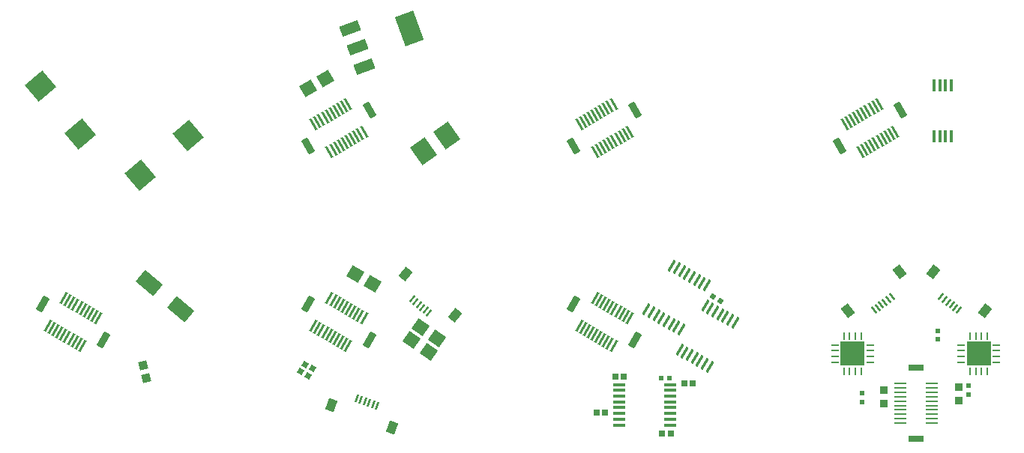
<source format=gbr>
G04 CAM Products 2000  RS274-X Output*
G04 Serial Number: 0000-00-00000*
G04 File Name:stencil.GBR *
%FSDAX44Y44*%
%MOIN*%
%SFA1B1*%

%IPPOS*%
%AMROTRECTNOHOLED51*
4,1,4,-0.018800,-0.021900,
-0.009600,-0.027200,
0.018800,0.021900,
0.009600,0.027200,
-0.018800,-0.021900,0.0*
%
%AMROTRECTNOHOLED52*
4,1,4,0.018800,0.021900,
0.009600,0.027200,
-0.018800,-0.021900,
-0.009600,-0.027200,
0.018800,0.021900,0.0*
%
%AMROTRECTNOHOLED53*
4,1,4,0.008500,-0.072900,
0.073300,0.004300,
-0.008500,0.072900,
-0.073300,-0.004300,
0.008500,-0.072900,0.0*
%
%AMROTRECTNOHOLED54*
4,1,4,0.072900,0.008500,
-0.004300,0.073300,
-0.072900,-0.008500,
0.004300,-0.073300,
0.072900,0.008500,0.0*
%
%AMROTRECTNOHOLED55*
4,1,4,-0.060700,0.007300,
0.017700,-0.058500,
0.060700,-0.007300,
-0.017700,0.058500,
-0.060700,0.007300,0.0*
%
%AMROTRECTNOHOLED56*
4,1,4,-0.064000,0.007000,
0.018000,-0.061900,
0.064000,-0.007000,
-0.018000,0.061900,
-0.064000,0.007000,0.0*
%
%AMROTRECTNOHOLED57*
4,1,4,-0.020900,-0.024300,
-0.010600,-0.030200,
0.020900,0.024300,
0.010600,0.030200,
-0.020900,-0.024300,0.0*
%
%AMROTRECTNOHOLED58*
4,1,4,0.020900,0.024300,
0.010600,0.030200,
-0.020900,-0.024300,
-0.010600,-0.030200,
0.020900,0.024300,0.0*
%
%AMROTRECTNOHOLED59*
4,1,4,-0.024100,-0.025200,
-0.009800,-0.033500,
0.024100,0.025200,
0.009800,0.033500,
-0.024100,-0.025200,0.0*
%
%AMROTRECTNOHOLED60*
4,1,4,0.024100,0.025200,
0.009800,0.033500,
-0.024100,-0.025200,
-0.009800,-0.033500,
0.024100,0.025200,0.0*
%
%AMROTRECTNOHOLED62*
4,1,4,0.015400,0.004100,
-0.004100,0.015400,
-0.015400,-0.004100,
0.004100,-0.015400,
0.015400,0.004100,0.0*
%
%AMROTRECTNOHOLED64*
4,1,4,-0.017100,-0.004600,
0.004600,-0.017100,
0.017100,0.004600,
-0.004600,0.017100,
-0.017100,-0.004600,0.0*
%
%AMROTRECTNOHOLED65*
4,1,4,0.017100,0.004600,
-0.004600,0.017100,
-0.017100,-0.004600,
0.004600,-0.017100,
0.017100,0.004600,0.0*
%
%AMROTRECTNOHOLED67*
4,1,4,-0.020300,-0.005400,
0.005400,-0.020300,
0.020300,0.005400,
-0.005400,0.020300,
-0.020300,-0.005400,0.0*
%
%AMROTRECTNOHOLED68*
4,1,4,0.020300,0.005400,
-0.005400,0.020300,
-0.020300,-0.005400,
0.005400,-0.020300,
0.020300,0.005400,0.0*
%
%AMROTRECTNOHOLED69*
4,1,4,-0.001900,-0.018200,
0.010200,0.015100,
0.001900,0.018200,
-0.010200,-0.015100,
-0.001900,-0.018200,0.0*
%
%AMROTRECTNOHOLED70*
4,1,4,0.008000,0.016400,
-0.014800,-0.010700,
-0.008000,-0.016400,
0.014800,0.010700,
0.008000,0.016400,0.0*
%
%AMROTRECTNOHOLED71*
4,1,4,-0.022700,0.013100,
-0.013100,-0.022700,
0.022700,-0.013100,
0.013100,0.022700,
-0.022700,0.013100,0.0*
%
%AMROTRECTNOHOLED72*
4,1,4,-0.002100,-0.020200,
0.011400,0.016800,
0.002100,0.020200,
-0.011400,-0.016800,
-0.002100,-0.020200,0.0*
%
%AMROTRECTNOHOLED73*
4,1,4,0.008900,0.018200,
-0.016400,-0.011900,
-0.008900,-0.018200,
0.016400,0.011900,
0.008900,0.018200,0.0*
%
%AMROTRECTNOHOLED74*
4,1,4,-0.025600,0.014800,
-0.014800,-0.025600,
0.025600,-0.014800,
0.014800,0.025600,
-0.025600,0.014800,0.0*
%
%AMROTRECTNOHOLED75*
4,1,4,-0.000700,-0.023200,
0.014400,0.018200,
0.000700,0.023200,
-0.014400,-0.018200,
-0.000700,-0.023200,0.0*
%
%AMROTRECTNOHOLED76*
4,1,4,0.008600,0.021600,
-0.019800,-0.012200,
-0.008600,-0.021600,
0.019800,0.012200,
0.008600,0.021600,0.0*
%
%AMROTRECTNOHOLED77*
4,1,4,0.009500,-0.031500,
0.027500,0.018100,
-0.009500,0.031500,
-0.027500,-0.018100,
0.009500,-0.031500,0.0*
%
%AMROTRECTNOHOLED78*
4,1,4,0.001900,0.032900,
-0.032000,-0.007600,
-0.001900,-0.032900,
0.032000,0.007600,
0.001900,0.032900,0.0*
%
%AMROTRECTNOHOLED80*
4,1,4,-0.008600,-0.026900,
0.019000,0.020900,
0.008600,0.026900,
-0.019000,-0.020900,
-0.008600,-0.026900,0.0*
%
%AMROTRECTNOHOLED81*
4,1,4,0.010900,-0.034500,
0.030500,0.019500,
-0.010900,0.034500,
-0.030500,-0.019500,
0.010900,-0.034500,0.0*
%
%AMROTRECTNOHOLED82*
4,1,4,0.001600,0.036200,
-0.035400,-0.007800,
-0.001600,-0.036200,
0.035400,0.007800,
0.001600,0.036200,0.0*
%
%AMROTRECTNOHOLED84*
4,1,4,-0.007700,-0.030100,
0.022200,0.021700,
0.007700,0.030100,
-0.022200,-0.021700,
-0.007700,-0.030100,0.0*
%
%AMROTRECTNOHOLED85*
4,1,4,-0.040600,-0.005700,
0.008500,-0.040100,
0.040600,0.005700,
-0.008500,0.040100,
-0.040600,-0.005700,0.0*
%
%AMROTRECTNOHOLED86*
4,1,4,-0.040000,-0.009200,
0.012000,-0.039200,
0.040000,0.009200,
-0.012000,0.039200,
-0.040000,-0.009200,0.0*
%
%AMROTRECTNOHOLED87*
4,1,4,0.040000,0.009200,
-0.012000,0.039200,
-0.040000,-0.009200,
0.012000,-0.039200,
0.040000,0.009200,0.0*
%
%AMROTRECTNOHOLED88*
4,1,4,-0.043900,-0.006300,
0.009100,-0.043400,
0.043900,0.006300,
-0.009100,0.043400,
-0.043900,-0.006300,0.0*
%
%AMROTRECTNOHOLED89*
4,1,4,-0.043200,-0.010100,
0.012800,-0.042500,
0.043200,0.010100,
-0.012800,0.042500,
-0.043200,-0.010100,0.0*
%
%AMROTRECTNOHOLED90*
4,1,4,0.043200,0.010100,
-0.012800,0.042500,
-0.043200,-0.010100,
0.012800,-0.042500,
0.043200,0.010100,0.0*
%
%AMROTRECTNOHOLED91*
4,1,4,0.004100,0.038600,
-0.031400,-0.022800,
-0.004100,-0.038600,
0.031400,0.022800,
0.004100,0.038600,0.0*
%
%AMROTRECTNOHOLED92*
4,1,4,0.003200,0.041800,
-0.034600,-0.023700,
-0.003200,-0.041800,
0.034600,0.023700,
0.003200,0.041800,0.0*
%
%AMROTRECTNOHOLED93*
4,1,4,-0.060300,-0.016400,
0.005200,-0.062300,
0.060300,0.016400,
-0.005200,0.062300,
-0.060300,-0.016400,0.0*
%
%AMROTRECTNOHOLED94*
4,1,4,-0.063600,-0.017000,
0.005800,-0.065600,
0.063600,0.017000,
-0.005800,0.065600,
-0.063600,-0.017000,0.0*
%
%AMROTRECTNOHOLED95*
4,1,4,-0.064300,-0.049900,
0.017100,-0.079600,
0.064300,0.049900,
-0.017100,0.079600,
-0.064300,-0.049900,0.0*
%
%AMROTRECTNOHOLED96*
4,1,4,-0.048800,-0.007400,
0.032600,-0.037000,
0.048800,0.007400,
-0.032600,0.037000,
-0.048800,-0.007400,0.0*
%
%AMROTRECTNOHOLED97*
4,1,4,-0.067300,-0.051300,
0.018500,-0.082600,
0.067300,0.051300,
-0.018500,0.082600,
-0.067300,-0.051300,0.0*
%
%AMROTRECTNOHOLED98*
4,1,4,-0.051800,-0.008800,
0.034000,-0.040000,
0.051800,0.008800,
-0.034000,0.040000,
-0.051800,-0.008800,0.0*
%
%AMROTRECTNOHOLED99*
4,1,4,0.008200,-0.069600,
0.069900,0.004000,
-0.008200,0.069600,
-0.069900,-0.004000,
0.008200,-0.069600,0.0*
%
%AMROTRECTNOHOLED100*
4,1,4,0.069600,0.008200,
-0.004000,0.069900,
-0.069600,-0.008200,
0.004000,-0.069900,
0.069600,0.008200,0.0*
%
%AMTHERMAL4D101*
1,1,0.141700,0.000000,0.000000*
1,0,0.106300,0.000000,0.000000*
4,0,4,0.041800,0.058500,
-0.058500,-0.041800,
-0.041800,-0.058500,
0.058500,0.041800,
0.041800,0.058500,0.0*
4,0,4,-0.041800,0.058500,
-0.058500,0.041800,
0.041800,-0.058500,
0.058500,-0.041800,
-0.041800,0.058500,0.0*
%
%AMROTRECTNOHOLED31*
4,1,4,0.018800,0.021900,
0.009600,0.027200,
-0.018800,-0.021900,
-0.009600,-0.027200,
0.018800,0.021900,0.0*
%
%AMROTRECTNOHOLED36*
4,1,4,0.020900,0.024300,
0.010600,0.030200,
-0.020900,-0.024300,
-0.010600,-0.030200,
0.020900,0.024300,0.0*
%
%AMROTRECTNOHOLED40*
4,1,4,0.024100,0.025200,
0.009800,0.033400,
-0.024100,-0.025200,
-0.009800,-0.033400,
0.024100,0.025200,0.0*
%
%AMROTRECTNOHOLED44*
4,1,4,-0.014200,0.011500,
0.007100,-0.016800,
0.014200,-0.011500,
-0.007100,0.016800,
-0.014200,0.011500,0.0*
%
%AMROTRECTNOHOLED45*
4,1,4,0.007100,0.016800,
-0.014200,-0.011500,
-0.007100,-0.016800,
0.014200,0.011500,
0.007100,0.016800,0.0*
%
%AMROTRECTNOHOLED47*
4,1,4,-0.015800,0.012800,
0.007900,-0.018700,
0.015800,-0.012800,
-0.007900,0.018700,
-0.015800,0.012800,0.0*
%
%AMROTRECTNOHOLED48*
4,1,4,0.007900,0.018700,
-0.015800,-0.012800,
-0.007900,-0.018700,
0.015800,0.012800,
0.007900,0.018700,0.0*
%
%AMROTRECTNOHOLED50*
4,1,4,-0.019100,0.013200,
0.007400,-0.022000,
0.019100,-0.013200,
-0.007400,0.022000,
-0.019100,0.013200,0.0*
%
%AMROTRECTNOHOLED51~*
4,1,4,0.007400,0.022000,
-0.019100,-0.013200,
-0.007400,-0.022000,
0.019100,0.013200,
0.007400,0.022000,0.0*
%
%AMROTRECTNOHOLED52~*
4,1,4,-0.031600,0.009200,
0.000200,-0.032900,
0.031600,-0.009200,
-0.000200,0.032900,
-0.031600,0.009200,0.0*
%
%AMROTRECTNOHOLED53~*
4,1,4,0.000200,0.032900,
-0.031600,-0.009200,
-0.000200,-0.032900,
0.031600,0.009200,
0.000200,0.032900,0.0*
%
%AMROTRECTNOHOLED55~*
4,1,4,-0.034900,0.009700,
-0.000300,-0.036200,
0.034900,-0.009700,
0.000300,0.036200,
-0.034900,0.009700,0.0*
%
%AMROTRECTNOHOLED56~*
4,1,4,-0.000300,0.036200,
-0.034900,-0.009700,
0.000300,-0.036200,
0.034900,0.009700,
-0.000300,0.036200,0.0*
%
%AMROTRECTNOHOLED59~*
4,1,4,0.004100,0.038600,
-0.031400,-0.022800,
-0.004100,-0.038600,
0.031400,0.022800,
0.004100,0.038600,0.0*
%
%AMROTRECTNOHOLED61*
4,1,4,0.003200,0.041800,
-0.034600,-0.023700,
-0.003200,-0.041800,
0.034600,0.023700,
0.003200,0.041800,0.0*
%
%AMROTRECTNOHOLED31~*
4,1,4,0.018800,0.021900,
0.009600,0.027200,
-0.018800,-0.021900,
-0.009600,-0.027200,
0.018800,0.021900,0.0*
%
%AMROTRECTNOHOLED36~*
4,1,4,0.020900,0.024300,
0.010600,0.030200,
-0.020900,-0.024300,
-0.010600,-0.030200,
0.020900,0.024300,0.0*
%
%AMROTRECTNOHOLED40~*
4,1,4,0.024100,0.025200,
0.009800,0.033400,
-0.024100,-0.025200,
-0.009800,-0.033400,
0.024100,0.025200,0.0*
%
%AMROTRECTNOHOLED44~*
4,1,4,-0.014200,0.011500,
0.007100,-0.016800,
0.014200,-0.011500,
-0.007100,0.016800,
-0.014200,0.011500,0.0*
%
%AMROTRECTNOHOLED45~*
4,1,4,0.007100,0.016800,
-0.014200,-0.011500,
-0.007100,-0.016800,
0.014200,0.011500,
0.007100,0.016800,0.0*
%
%AMROTRECTNOHOLED47~*
4,1,4,-0.015800,0.012800,
0.007900,-0.018700,
0.015800,-0.012800,
-0.007900,0.018700,
-0.015800,0.012800,0.0*
%
%AMROTRECTNOHOLED48~*
4,1,4,0.007900,0.018700,
-0.015800,-0.012800,
-0.007900,-0.018700,
0.015800,0.012800,
0.007900,0.018700,0.0*
%
%AMROTRECTNOHOLED50~*
4,1,4,-0.019100,0.013200,
0.007400,-0.022000,
0.019100,-0.013200,
-0.007400,0.022000,
-0.019100,0.013200,0.0*
%
%AMROTRECTNOHOLED51~~*
4,1,4,0.007400,0.022000,
-0.019100,-0.013200,
-0.007400,-0.022000,
0.019100,0.013200,
0.007400,0.022000,0.0*
%
%AMROTRECTNOHOLED52~~*
4,1,4,-0.031600,0.009200,
0.000200,-0.032900,
0.031600,-0.009200,
-0.000200,0.032900,
-0.031600,0.009200,0.0*
%
%AMROTRECTNOHOLED53~~*
4,1,4,0.000200,0.032900,
-0.031600,-0.009200,
-0.000200,-0.032900,
0.031600,0.009200,
0.000200,0.032900,0.0*
%
%AMROTRECTNOHOLED55~~*
4,1,4,-0.034900,0.009700,
-0.000300,-0.036200,
0.034900,-0.009700,
0.000300,0.036200,
-0.034900,0.009700,0.0*
%
%AMROTRECTNOHOLED56~~*
4,1,4,-0.000300,0.036200,
-0.034900,-0.009700,
0.000300,-0.036200,
0.034900,0.009700,
-0.000300,0.036200,0.0*
%
%AMROTRECTNOHOLED59~~*
4,1,4,0.004100,0.038600,
-0.031400,-0.022800,
-0.004100,-0.038600,
0.031400,0.022800,
0.004100,0.038600,0.0*
%
%AMROTRECTNOHOLED61~*
4,1,4,0.003200,0.041800,
-0.034600,-0.023700,
-0.003200,-0.041800,
0.034600,0.023700,
0.003200,0.041800,0.0*
%
%AMROTRECTNOHOLED100M*
4,1,4,-0.069600,0.008200,
0.004000,0.069900,
0.069600,-0.008200,
-0.004000,-0.069900,
-0.069600,0.008200,0.0*
%
%AMROTRECTNOHOLED86M*
4,1,4,0.040000,-0.009200,
-0.012000,-0.039200,
-0.040000,0.009200,
0.012000,0.039200,
0.040000,-0.009200,0.0*
%
%AMROTRECTNOHOLED96M*
4,1,4,0.048800,-0.007400,
-0.032600,-0.037000,
-0.048800,0.007400,
0.032600,0.037000,
0.048800,-0.007400,0.0*
%
%AMROTRECTNOHOLED95M*
4,1,4,0.064300,-0.049900,
-0.017100,-0.079600,
-0.064300,0.049900,
0.017100,0.079600,
0.064300,-0.049900,0.0*
%
%AMROTRECTNOHOLED99M*
4,1,4,-0.008200,-0.069600,
-0.069900,0.004000,
0.008200,0.069600,
0.069900,-0.004000,
-0.008200,-0.069600,0.0*
%
%AMROTRECTNOHOLED52M*
4,1,4,-0.018800,0.021900,
-0.009600,0.027200,
0.018800,-0.021900,
0.009600,-0.027200,
-0.018800,0.021900,0.0*
%
%AMROTRECTNOHOLED91M*
4,1,4,-0.004100,0.038600,
0.031400,-0.022800,
0.004100,-0.038600,
-0.031400,0.022800,
-0.004100,0.038600,0.0*
%
%AMROTRECTNOHOLED93M*
4,1,4,0.060300,-0.016400,
-0.005200,-0.062300,
-0.060300,0.016400,
0.005200,0.062300,
0.060300,-0.016400,0.0*
%
%AMROTRECTNOHOLED100M~*
4,1,4,0.069600,-0.008200,
-0.004000,-0.069900,
-0.069600,0.008200,
0.004000,0.069900,
0.069600,-0.008200,0.0*
%
%AMROTRECTNOHOLED86M~*
4,1,4,-0.040000,0.009200,
0.012000,0.039200,
0.040000,-0.009200,
-0.012000,-0.039200,
-0.040000,0.009200,0.0*
%
%AMROTRECTNOHOLED96M~*
4,1,4,-0.048800,0.007400,
0.032600,0.037000,
0.048800,-0.007400,
-0.032600,-0.037000,
-0.048800,0.007400,0.0*
%
%AMROTRECTNOHOLED95M~*
4,1,4,-0.064300,0.049900,
0.017100,0.079600,
0.064300,-0.049900,
-0.017100,-0.079600,
-0.064300,0.049900,0.0*
%
%AMROTRECTNOHOLED99M~*
4,1,4,0.008200,0.069600,
0.069900,-0.004000,
-0.008200,-0.069600,
-0.069900,0.004000,
0.008200,0.069600,0.0*
%
%AMROTRECTNOHOLED52M~*
4,1,4,0.018800,-0.021900,
0.009600,-0.027200,
-0.018800,0.021900,
-0.009600,0.027200,
0.018800,-0.021900,0.0*
%
%AMROTRECTNOHOLED91M~*
4,1,4,0.004100,-0.038600,
-0.031400,0.022800,
-0.004100,0.038600,
0.031400,-0.022800,
0.004100,-0.038600,0.0*
%
%AMROTRECTNOHOLED93M~*
4,1,4,-0.060300,0.016400,
0.005200,0.062300,
0.060300,-0.016400,
-0.005200,-0.062300,
-0.060300,0.016400,0.0*
%
%AMROTRECTNOHOLED31M*
4,1,4,0.018800,-0.021900,
0.009600,-0.027200,
-0.018800,0.021900,
-0.009600,0.027200,
0.018800,-0.021900,0.0*
%
%AMROTRECTNOHOLED59~M*
4,1,4,0.004100,-0.038600,
-0.031400,0.022800,
-0.004100,0.038600,
0.031400,-0.022800,
0.004100,-0.038600,0.0*
%
%ADD10C,0.005900*%
%ADD11C,0.001000*%
%ADD12C,0.010000*%
%ADD13C,0.011000*%
%ADD14C,0.011800*%
%ADD15C,0.019600*%
%ADD16C,0.003900*%
%ADD17C,0.031500*%
%ADD18C,0.039300*%
%ADD19C,0.005000*%
%ADD20C,0.006300*%
%ADD21C,0.007000*%
%ADD22C,0.007800*%
%ADD23C,0.078700*%
%ADD24C,0.008000*%
%ADD25C,0.009800*%
%ADD26C,0.009800*%
%ADD27C,0.102300*%
%ADD28C,0.112600*%
%ADD29C,0.118100*%
%ADD30C,0.122800*%
%ADD31C,0.125900*%
%ADD32C,0.130700*%
%ADD33C,0.132200*%
%ADD34C,0.137000*%
%ADD35C,0.142500*%
%ADD36C,0.157400*%
%ADD37C,0.162200*%
%ADD38C,0.216500*%
%ADD39C,0.221200*%
%ADD40C,0.027500*%
%ADD41C,0.039300*%
%ADD42C,0.040100*%
%ADD43C,0.044100*%
%ADD44C,0.048000*%
%ADD45C,0.067300*%
%ADD46C,0.073200*%
%ADD47C,0.077900*%
%ADD48C,0.078700*%
%ADD49C,0.083400*%
%ADD50C,0.095200*%
%ADD51ROTRECTNOHOLED51*%
%ADD52ROTRECTNOHOLED52*%
%ADD53ROTRECTNOHOLED53*%
%ADD54ROTRECTNOHOLED54*%
%ADD55ROTRECTNOHOLED55*%
%ADD56ROTRECTNOHOLED56*%
%ADD57ROTRECTNOHOLED57*%
%ADD58ROTRECTNOHOLED58*%
%ADD59ROTRECTNOHOLED59*%
%ADD60ROTRECTNOHOLED60*%
%ADD61R,0.022500X0.022500*%
%ADD62ROTRECTNOHOLED62*%
%ADD63R,0.025000X0.025000*%
%ADD64ROTRECTNOHOLED64*%
%ADD65ROTRECTNOHOLED65*%
%ADD66R,0.029700X0.029700*%
%ADD67ROTRECTNOHOLED67*%
%ADD68ROTRECTNOHOLED68*%
%ADD69ROTRECTNOHOLED69*%
%ADD70ROTRECTNOHOLED70*%
%ADD71ROTRECTNOHOLED71*%
%ADD72ROTRECTNOHOLED72*%
%ADD73ROTRECTNOHOLED73*%
%ADD74ROTRECTNOHOLED74*%
%ADD75ROTRECTNOHOLED75*%
%ADD76ROTRECTNOHOLED76*%
%ADD77ROTRECTNOHOLED77*%
%ADD78ROTRECTNOHOLED78*%
%ADD79R,0.055100X0.012000*%
%ADD80ROTRECTNOHOLED80*%
%ADD81ROTRECTNOHOLED81*%
%ADD82ROTRECTNOHOLED82*%
%ADD83R,0.059800X0.016700*%
%ADD84ROTRECTNOHOLED84*%
%ADD85ROTRECTNOHOLED85*%
%ADD86ROTRECTNOHOLED86*%
%ADD87ROTRECTNOHOLED87*%
%ADD88ROTRECTNOHOLED88*%
%ADD89ROTRECTNOHOLED89*%
%ADD90ROTRECTNOHOLED90*%
%ADD91ROTRECTNOHOLED91*%
%ADD92ROTRECTNOHOLED92*%
%ADD93ROTRECTNOHOLED93*%
%ADD94ROTRECTNOHOLED94*%
%ADD95ROTRECTNOHOLED95*%
%ADD96ROTRECTNOHOLED96*%
%ADD97ROTRECTNOHOLED97*%
%ADD98ROTRECTNOHOLED98*%
%ADD99ROTRECTNOHOLED99*%
%ADD100ROTRECTNOHOLED100*%
%ADD101THERMAL4D101*%
%ADD102C,0.022400*%
%ADD103C,0.027100*%
%ADD104C,0.032200*%
%ADD105C,0.034200*%
%ADD106C,0.037000*%
%ADD107C,0.019700*%
%ADD108C,0.002000*%
%ADD109C,0.007900*%
%ADD110C,0.102400*%
%ADD111C,0.132300*%
%ADD112C,0.039400*%
%ADD113C,0.089000*%
%ADD114R,0.056700X0.010600*%
%ADD115ROTRECTNOHOLED31*%
%ADD116R,0.106300X0.106300*%
%ADD117R,0.011000X0.035400*%
%ADD118R,0.035400X0.011000*%
%ADD119R,0.063000X0.011800*%
%ADD120ROTRECTNOHOLED36*%
%ADD121R,0.015700X0.040200*%
%ADD122R,0.040200X0.015700*%
%ADD123R,0.067700X0.016500*%
%ADD124ROTRECTNOHOLED40*%
%ADD125ROTRECTNOHOLED44*%
%ADD126ROTRECTNOHOLED45*%
%ADD127R,0.037000X0.037000*%
%ADD128ROTRECTNOHOLED47*%
%ADD129ROTRECTNOHOLED48*%
%ADD130R,0.041700X0.041700*%
%ADD131ROTRECTNOHOLED50*%
%ADD132ROTRECTNOHOLED51~*%
%ADD133ROTRECTNOHOLED52~*%
%ADD134ROTRECTNOHOLED53~*%
%ADD135R,0.012000X0.055100*%
%ADD136ROTRECTNOHOLED55~*%
%ADD137ROTRECTNOHOLED56~*%
%ADD138R,0.016700X0.059800*%
%ADD139R,0.070900X0.031500*%
%ADD140ROTRECTNOHOLED59~*%
%ADD141R,0.075600X0.036200*%
%ADD142ROTRECTNOHOLED61*%
%ADD143R,0.009900X0.031900*%
%ADD144R,0.031900X0.009900*%
%ADD145R,0.098400X0.098400*%
%ADD146C,0.023600*%
%ADD147C,0.027200*%
%ADD148C,0.032300*%
%ADD149C,0.034300*%
%ADD150C,0.036200*%
%ADD151ROTRECTNOHOLED31~*%
%ADD152ROTRECTNOHOLED36~*%
%ADD153ROTRECTNOHOLED40~*%
%ADD154ROTRECTNOHOLED44~*%
%ADD155ROTRECTNOHOLED45~*%
%ADD156ROTRECTNOHOLED47~*%
%ADD157ROTRECTNOHOLED48~*%
%ADD158ROTRECTNOHOLED50~*%
%ADD159ROTRECTNOHOLED51~~*%
%ADD160ROTRECTNOHOLED52~~*%
%ADD161ROTRECTNOHOLED53~~*%
%ADD162ROTRECTNOHOLED55~~*%
%ADD163ROTRECTNOHOLED56~~*%
%ADD164ROTRECTNOHOLED59~~*%
%ADD165ROTRECTNOHOLED61~*%
%ADD166ROTRECTNOHOLED100M*%
%ADD167ROTRECTNOHOLED86M*%
%ADD168ROTRECTNOHOLED96M*%
%ADD169ROTRECTNOHOLED95M*%
%ADD170ROTRECTNOHOLED99M*%
%ADD171ROTRECTNOHOLED52M*%
%ADD172ROTRECTNOHOLED91M*%
%ADD173ROTRECTNOHOLED93M*%
%ADD174ROTRECTNOHOLED100M~*%
%ADD175ROTRECTNOHOLED86M~*%
%ADD176ROTRECTNOHOLED96M~*%
%ADD177ROTRECTNOHOLED95M~*%
%ADD178ROTRECTNOHOLED99M~*%
%ADD179ROTRECTNOHOLED52M~*%
%ADD180ROTRECTNOHOLED91M~*%
%ADD181ROTRECTNOHOLED93M~*%
%ADD182ROTRECTNOHOLED31M*%
%ADD183ROTRECTNOHOLED59~M*%
%LNstencil-1*%
%LPD*%
G54D65*
X00047601Y00026890D03*
X00047937Y00026696D03*
G54D64*
X00047764Y00026391D03*
X00047428Y00026584D03*
G54D55*
X00042086Y00029338D03*
X00040699Y00030502D03*
G54D71*
X00040562Y00026271D03*
X00040406Y00026851D03*
G54D51*
X00047990Y00028608D03*
X00048161Y00028509D03*
X00048331Y00028411D03*
X00048502Y00028312D03*
X00048672Y00028214D03*
X00048843Y00028115D03*
X00049013Y00028017D03*
X00049183Y00027919D03*
X00049354Y00027820D03*
X00049524Y00027722D03*
X00050063Y00029048D03*
X00049892Y00029146D03*
X00049722Y00029244D03*
X00049551Y00029343D03*
X00049381Y00029441D03*
X00049210Y00029540D03*
X00049040Y00029638D03*
X00048869Y00029737D03*
G54D91*
X00047748Y00029566D03*
X00050475Y00027991D03*
G54D51*
X00050233Y00028949D03*
X00048699Y00029835D03*
X00036179Y00028608D03*
X00036350Y00028509D03*
X00036520Y00028411D03*
X00036691Y00028312D03*
X00036861Y00028214D03*
X00037031Y00028115D03*
X00037202Y00028017D03*
X00037372Y00027919D03*
X00037543Y00027820D03*
X00037713Y00027722D03*
X00038252Y00029048D03*
X00038081Y00029146D03*
X00037911Y00029244D03*
X00037740Y00029343D03*
X00037570Y00029441D03*
X00037399Y00029540D03*
X00037229Y00029638D03*
X00037058Y00029737D03*
G54D91*
X00035937Y00029566D03*
X00038664Y00027991D03*
G54D51*
X00038422Y00028949D03*
X00036888Y00029835D03*
G54D77*
X00048788Y00025062D03*
X00051481Y00024082D03*
G54D69*
X00050086Y00025302D03*
X00050271Y00025234D03*
X00050456Y00025167D03*
X00050641Y00025100D03*
X00050826Y00025032D03*
X00049901Y00025369D03*
G54D63*
X00060962Y00024746D03*
X00060575D03*
G54D79*
X00063839Y00025986D03*
Y00025730D03*
Y00025474D03*
Y00024962D03*
Y00025218D03*
Y00024706D03*
Y00024450D03*
Y00024194D03*
X00061575Y00025986D03*
Y00025730D03*
Y00025218D03*
X00061575Y00025474D03*
X00061575Y00024962D03*
Y00024450D03*
X00061575Y00024706D03*
X00061575Y00024194D03*
G54D85*
X00052364Y00027973D03*
X00053101Y00027457D03*
X00052751Y00028552D03*
X00053488Y00028036D03*
G54D87*
X00050632Y00030477D03*
X00049853Y00030927D03*
G54D63*
X00061789Y00026340D03*
X00061402D03*
G54D51*
X00059801Y00028608D03*
X00059972Y00028509D03*
X00060142Y00028411D03*
X00060313Y00028312D03*
X00060483Y00028214D03*
X00060654Y00028115D03*
X00060824Y00028017D03*
X00060994Y00027919D03*
X00061165Y00027820D03*
X00061335Y00027722D03*
X00061874Y00029048D03*
X00061703Y00029146D03*
X00061533Y00029244D03*
X00061362Y00029343D03*
X00061192Y00029441D03*
X00061021Y00029540D03*
X00060851Y00029638D03*
X00060680Y00029737D03*
G54D91*
X00059559Y00029566D03*
X00062286Y00027991D03*
G54D51*
X00062044Y00028949D03*
X00060510Y00029835D03*
G54D78*
X00054276Y00029080D03*
X00052080Y00030923D03*
G54D70*
X00052974Y00029299D03*
X00052823Y00029425D03*
X00052672Y00029552D03*
X00052522Y00029678D03*
X00052371Y00029805D03*
X00053125Y00029172D03*
G54D80*
X00066734Y00028743D03*
X00066512Y00028871D03*
X00066290Y00028999D03*
X00066069Y00029127D03*
X00065847Y00029255D03*
X00065626Y00029383D03*
X00065404Y00029511D03*
X00064272Y00027551D03*
X00064494Y00027423D03*
X00064715Y00027295D03*
X00064937Y00027167D03*
X00065159Y00027039D03*
X00065380Y00026911D03*
X00065602Y00026783D03*
G54D63*
X00064472Y00026035D03*
X00064859D03*
G54D80*
X00063928Y00031293D03*
X00064149Y00031165D03*
X00064371Y00031037D03*
X00064814Y00030781D03*
X00064593Y00030909D03*
X00065036Y00030653D03*
X00065257Y00030525D03*
X00065479Y00030397D03*
X00062796Y00029332D03*
X00063017Y00029204D03*
X00063461Y00028948D03*
X00063239Y00029076D03*
X00063682Y00028820D03*
X00064125Y00028565D03*
X00063904Y00028692D03*
X00064347Y00028437D03*
G54D61*
X00063439Y00026291D03*
X00063827D03*
G54D62*
X00066086Y00029728D03*
X00065751Y00029921D03*
G54D63*
X00063866Y00023801D03*
X00063479Y00023801D03*
G54D61*
X00072398Y00025221D03*
Y00025608D03*
G54D144*
X00071173Y00027756D03*
Y00027501D03*
Y00027245D03*
Y00026989D03*
X00072748Y00027501D03*
Y00027245D03*
Y00026989D03*
G54D143*
X00071576Y00028160D03*
X00072088D03*
X00071832D03*
X00072344D03*
X00071576Y00026585D03*
X00071832D03*
X00072088D03*
X00072344D03*
G54D116*
X00071960Y00027373D03*
G54D144*
X00072748Y00027756D03*
G54D160*
X00074050Y00030997D03*
X00071761Y00029273D03*
G54D154*
X00073544Y00029778D03*
X00073387Y00029660D03*
X00073230Y00029541D03*
X00073072Y00029423D03*
X00072915Y00029304D03*
X00073701Y00029897D03*
G54D144*
X00076783Y00027756D03*
Y00027501D03*
Y00027245D03*
Y00026989D03*
X00078358Y00027501D03*
Y00027245D03*
Y00026989D03*
G54D143*
X00077187Y00028160D03*
X00077698D03*
X00077442D03*
X00077954D03*
X00077187Y00026585D03*
X00077442D03*
X00077698D03*
X00077954D03*
G54D116*
X00077570Y00027373D03*
G54D144*
X00078358Y00027756D03*
G54D61*
X00075744Y00028392D03*
Y00028005D03*
G54D161*
X00077838Y00029273D03*
X00075549Y00030997D03*
G54D155*
X00076527Y00029423D03*
X00076370Y00029541D03*
X00076212Y00029660D03*
X00076055Y00029778D03*
X00075898Y00029897D03*
X00076684Y00029304D03*
G54D127*
X00076670Y00025886D03*
Y00025286D03*
X00073333Y00025758D03*
Y00025158D03*
G54D61*
X00077122Y00025555D03*
Y00025943D03*
G54D114*
X00075489Y00024272D03*
Y00024469D03*
Y00024666D03*
Y00024863D03*
Y00025060D03*
Y00025256D03*
Y00025453D03*
Y00025650D03*
Y00025847D03*
Y00026044D03*
X00074071Y00025847D03*
Y00025650D03*
Y00025453D03*
Y00025256D03*
Y00025060D03*
Y00024863D03*
Y00024666D03*
Y00024469D03*
G54D139*
X00074780Y00023583D03*
Y00026733D03*
G54D114*
X00074071Y00026044D03*
Y00024272D03*
G54D174*
X00042410Y00037088D03*
X00040296Y00035313D03*
G54D175*
X00047745Y00039165D03*
X00048524Y00039615D03*
G54D176*
X00049629Y00041856D03*
X00049939Y00041005D03*
X00050248Y00040154D03*
G54D177*
X00052260Y00041850D03*
G54D178*
X00035833Y00039272D03*
X00037607Y00037158D03*
G54D179*
X00049524Y00038469D03*
X00049354Y00038371D03*
X00049183Y00038272D03*
X00049013Y00038174D03*
X00048843Y00038076D03*
X00048672Y00037977D03*
X00048502Y00037879D03*
X00048331Y00037780D03*
X00048161Y00037682D03*
X00047990Y00037583D03*
X00048869Y00036454D03*
X00049040Y00036553D03*
X00049210Y00036651D03*
X00049381Y00036750D03*
X00049551Y00036848D03*
X00049722Y00036947D03*
X00049892Y00037045D03*
X00050063Y00037143D03*
G54D180*
X00050475Y00038200D03*
X00047748Y00036625D03*
G54D179*
X00048699Y00036356D03*
X00050233Y00037242D03*
G54D181*
X00052886Y00036362D03*
X00053918Y00037085D03*
G54D179*
X00061335Y00038469D03*
X00061165Y00038371D03*
X00060994Y00038272D03*
X00060824Y00038174D03*
X00060654Y00038076D03*
X00060483Y00037977D03*
X00060313Y00037879D03*
X00060142Y00037780D03*
X00059972Y00037682D03*
X00059801Y00037583D03*
X00060680Y00036454D03*
X00060851Y00036553D03*
X00061021Y00036651D03*
X00061192Y00036750D03*
X00061362Y00036848D03*
X00061533Y00036947D03*
X00061703Y00037045D03*
X00061874Y00037143D03*
G54D180*
X00062286Y00038200D03*
X00059559Y00036625D03*
G54D179*
X00060510Y00036356D03*
X00062044Y00037242D03*
G54D182*
X00073142Y00038469D03*
X00072972Y00038371D03*
X00072801Y00038272D03*
X00072631Y00038174D03*
X00072460Y00038076D03*
X00072290Y00037977D03*
X00072120Y00037879D03*
X00071949Y00037780D03*
X00071779Y00037682D03*
X00071608Y00037583D03*
X00072487Y00036454D03*
X00072658Y00036553D03*
X00072828Y00036651D03*
X00072999Y00036750D03*
X00073169Y00036848D03*
X00073340Y00036947D03*
X00073510Y00037045D03*
X00073681Y00037143D03*
G54D183*
X00074093Y00038200D03*
X00071366Y00036625D03*
G54D182*
X00072317Y00036356D03*
X00073851Y00037242D03*
G54D135*
X00075587Y00037056D03*
X00075843D03*
X00076355D03*
X00076099D03*
X00076355Y00039319D03*
X00076099D03*
X00075843D03*
X00075587D03*
M02*
</source>
